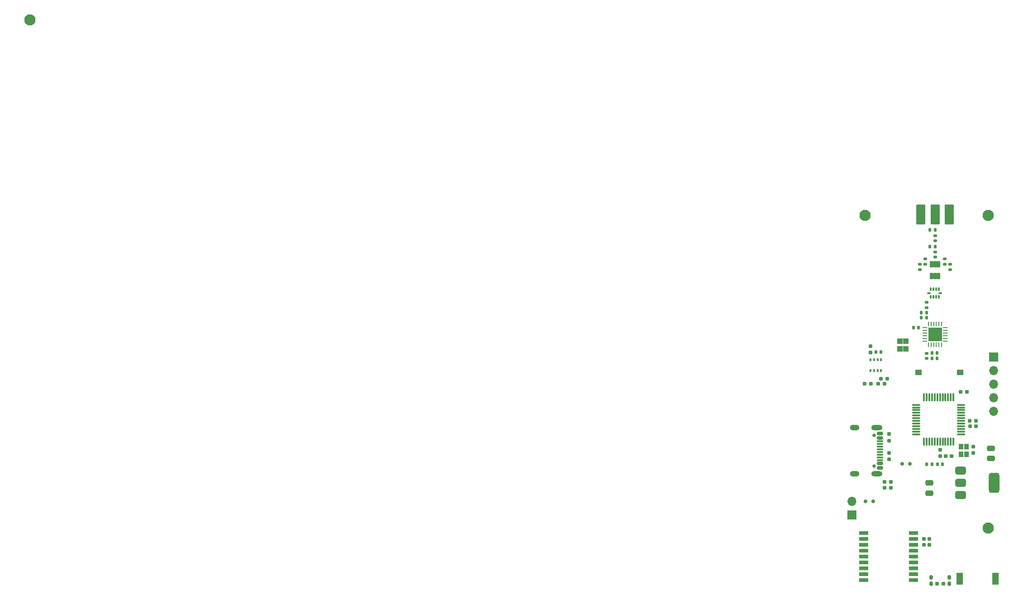
<source format=gts>
G04 #@! TF.GenerationSoftware,KiCad,Pcbnew,8.0.1*
G04 #@! TF.CreationDate,2025-06-08T13:02:34-04:00*
G04 #@! TF.ProjectId,Topaz,546f7061-7a2e-46b6-9963-61645f706362,rev?*
G04 #@! TF.SameCoordinates,Original*
G04 #@! TF.FileFunction,Soldermask,Top*
G04 #@! TF.FilePolarity,Negative*
%FSLAX46Y46*%
G04 Gerber Fmt 4.6, Leading zero omitted, Abs format (unit mm)*
G04 Created by KiCad (PCBNEW 8.0.1) date 2025-06-08 13:02:34*
%MOMM*%
%LPD*%
G01*
G04 APERTURE LIST*
G04 Aperture macros list*
%AMRoundRect*
0 Rectangle with rounded corners*
0 $1 Rounding radius*
0 $2 $3 $4 $5 $6 $7 $8 $9 X,Y pos of 4 corners*
0 Add a 4 corners polygon primitive as box body*
4,1,4,$2,$3,$4,$5,$6,$7,$8,$9,$2,$3,0*
0 Add four circle primitives for the rounded corners*
1,1,$1+$1,$2,$3*
1,1,$1+$1,$4,$5*
1,1,$1+$1,$6,$7*
1,1,$1+$1,$8,$9*
0 Add four rect primitives between the rounded corners*
20,1,$1+$1,$2,$3,$4,$5,0*
20,1,$1+$1,$4,$5,$6,$7,0*
20,1,$1+$1,$6,$7,$8,$9,0*
20,1,$1+$1,$8,$9,$2,$3,0*%
G04 Aperture macros list end*
%ADD10C,2.100000*%
%ADD11R,1.800000X0.800000*%
%ADD12RoundRect,0.160000X-0.160000X0.222500X-0.160000X-0.222500X0.160000X-0.222500X0.160000X0.222500X0*%
%ADD13RoundRect,0.155000X0.155000X-0.212500X0.155000X0.212500X-0.155000X0.212500X-0.155000X-0.212500X0*%
%ADD14RoundRect,0.155000X-0.212500X-0.155000X0.212500X-0.155000X0.212500X0.155000X-0.212500X0.155000X0*%
%ADD15R,1.168400X2.209800*%
%ADD16RoundRect,0.160000X-0.160000X0.197500X-0.160000X-0.197500X0.160000X-0.197500X0.160000X0.197500X0*%
%ADD17RoundRect,0.140000X0.140000X0.170000X-0.140000X0.170000X-0.140000X-0.170000X0.140000X-0.170000X0*%
%ADD18RoundRect,0.135000X0.135000X0.185000X-0.135000X0.185000X-0.135000X-0.185000X0.135000X-0.185000X0*%
%ADD19RoundRect,0.140000X-0.170000X0.140000X-0.170000X-0.140000X0.170000X-0.140000X0.170000X0.140000X0*%
%ADD20RoundRect,0.147500X-0.172500X0.147500X-0.172500X-0.147500X0.172500X-0.147500X0.172500X0.147500X0*%
%ADD21RoundRect,0.075000X0.075000X-0.225000X0.075000X0.225000X-0.075000X0.225000X-0.075000X-0.225000X0*%
%ADD22RoundRect,0.075000X0.237500X-0.075000X0.237500X0.075000X-0.237500X0.075000X-0.237500X-0.075000X0*%
%ADD23RoundRect,0.160000X-0.197500X-0.160000X0.197500X-0.160000X0.197500X0.160000X-0.197500X0.160000X0*%
%ADD24RoundRect,0.102000X-0.750000X1.750000X-0.750000X-1.750000X0.750000X-1.750000X0.750000X1.750000X0*%
%ADD25RoundRect,0.250000X0.475000X-0.250000X0.475000X0.250000X-0.475000X0.250000X-0.475000X-0.250000X0*%
%ADD26RoundRect,0.140000X-0.140000X-0.170000X0.140000X-0.170000X0.140000X0.170000X-0.140000X0.170000X0*%
%ADD27RoundRect,0.155000X-0.155000X0.212500X-0.155000X-0.212500X0.155000X-0.212500X0.155000X0.212500X0*%
%ADD28RoundRect,0.075500X0.226500X-0.476500X0.226500X0.476500X-0.226500X0.476500X-0.226500X-0.476500X0*%
%ADD29RoundRect,0.140000X0.170000X-0.140000X0.170000X0.140000X-0.170000X0.140000X-0.170000X-0.140000X0*%
%ADD30RoundRect,0.135000X-0.185000X0.135000X-0.185000X-0.135000X0.185000X-0.135000X0.185000X0.135000X0*%
%ADD31RoundRect,0.062500X-0.350000X-0.062500X0.350000X-0.062500X0.350000X0.062500X-0.350000X0.062500X0*%
%ADD32RoundRect,0.062500X-0.062500X-0.350000X0.062500X-0.350000X0.062500X0.350000X-0.062500X0.350000X0*%
%ADD33R,2.600000X2.600000*%
%ADD34RoundRect,0.155000X0.212500X0.155000X-0.212500X0.155000X-0.212500X-0.155000X0.212500X-0.155000X0*%
%ADD35RoundRect,0.075000X0.662500X0.075000X-0.662500X0.075000X-0.662500X-0.075000X0.662500X-0.075000X0*%
%ADD36RoundRect,0.075000X0.075000X0.662500X-0.075000X0.662500X-0.075000X-0.662500X0.075000X-0.662500X0*%
%ADD37RoundRect,0.099400X-0.397600X0.447600X-0.397600X-0.447600X0.397600X-0.447600X0.397600X0.447600X0*%
%ADD38RoundRect,0.147500X0.147500X0.172500X-0.147500X0.172500X-0.147500X-0.172500X0.147500X-0.172500X0*%
%ADD39RoundRect,0.160000X0.160000X-0.197500X0.160000X0.197500X-0.160000X0.197500X-0.160000X-0.197500X0*%
%ADD40O,1.700000X1.700000*%
%ADD41R,1.700000X1.700000*%
%ADD42RoundRect,0.102000X0.350000X-0.425000X0.350000X0.425000X-0.350000X0.425000X-0.350000X-0.425000X0*%
%ADD43R,1.250000X1.000000*%
%ADD44RoundRect,0.147500X0.172500X-0.147500X0.172500X0.147500X-0.172500X0.147500X-0.172500X-0.147500X0*%
%ADD45RoundRect,0.150000X-0.150000X-0.200000X0.150000X-0.200000X0.150000X0.200000X-0.150000X0.200000X0*%
%ADD46R,0.350000X0.500000*%
%ADD47C,0.650000*%
%ADD48RoundRect,0.150000X-0.425000X0.150000X-0.425000X-0.150000X0.425000X-0.150000X0.425000X0.150000X0*%
%ADD49RoundRect,0.075000X-0.500000X0.075000X-0.500000X-0.075000X0.500000X-0.075000X0.500000X0.075000X0*%
%ADD50O,2.100000X1.000000*%
%ADD51O,1.800000X1.000000*%
%ADD52RoundRect,0.160000X0.197500X0.160000X-0.197500X0.160000X-0.197500X-0.160000X0.197500X-0.160000X0*%
%ADD53RoundRect,0.375000X-0.625000X-0.375000X0.625000X-0.375000X0.625000X0.375000X-0.625000X0.375000X0*%
%ADD54RoundRect,0.500000X-0.500000X-1.400000X0.500000X-1.400000X0.500000X1.400000X-0.500000X1.400000X0*%
G04 APERTURE END LIST*
D10*
X2375000Y-2375000D03*
D11*
X167500000Y-107200000D03*
X167500000Y-106100000D03*
X167500000Y-105000000D03*
X167500000Y-103900000D03*
X167500000Y-102800000D03*
X167500000Y-101700000D03*
X167500000Y-100600000D03*
X167500000Y-99500000D03*
X167500000Y-98400000D03*
X158185000Y-98400000D03*
X158185000Y-99500000D03*
X158185000Y-100600000D03*
X158185000Y-101700000D03*
X158185000Y-102800000D03*
X158185000Y-103900000D03*
X158185000Y-105000000D03*
X158185000Y-106100000D03*
X158185000Y-107200000D03*
D12*
X170856596Y-106723050D03*
X170856596Y-107868050D03*
X174268339Y-106735829D03*
X174268339Y-107880829D03*
D13*
X169500000Y-100637538D03*
X169500000Y-99502538D03*
X170486991Y-100642630D03*
X170486991Y-99507630D03*
D14*
X171974425Y-107906443D03*
X173109425Y-107906443D03*
D15*
X182865500Y-107000000D03*
X176134500Y-107000000D03*
D16*
X163000000Y-79902500D03*
X163000000Y-81097500D03*
D17*
X171575556Y-44835393D03*
X170615556Y-44835393D03*
D18*
X171000000Y-85500000D03*
X169980000Y-85500000D03*
D19*
X173363907Y-47120589D03*
X173363907Y-48080589D03*
D14*
X173546743Y-84014938D03*
X174681743Y-84014938D03*
D20*
X170000000Y-55246201D03*
X170000000Y-56216201D03*
D21*
X170750000Y-54200000D03*
X171250000Y-54200000D03*
X171750000Y-54200000D03*
X172250000Y-54200000D03*
D22*
X172562500Y-53500000D03*
D21*
X172250000Y-52800000D03*
X171750000Y-52800000D03*
X171250000Y-52800000D03*
X170750000Y-52800000D03*
D22*
X170437500Y-53500000D03*
D23*
X158402500Y-70500000D03*
X159597500Y-70500000D03*
D24*
X174266373Y-38837975D03*
X171566373Y-38837975D03*
X168866373Y-38837975D03*
D25*
X182000000Y-84450000D03*
X182000000Y-82550000D03*
D26*
X171020000Y-64747409D03*
X171980000Y-64747409D03*
X169020000Y-58140985D03*
X169980000Y-58140985D03*
D27*
X172500000Y-82865000D03*
X172500000Y-84000000D03*
D28*
X170932096Y-50276849D03*
X171582096Y-50276849D03*
X172232096Y-50276849D03*
X172232096Y-48076849D03*
X171582096Y-48076849D03*
X170932096Y-48076849D03*
D14*
X178089579Y-78432384D03*
X179224579Y-78432384D03*
D10*
X158500000Y-39000000D03*
D29*
X171572341Y-46801272D03*
X171572341Y-45841272D03*
D30*
X174378902Y-48085242D03*
X174378902Y-49105242D03*
D31*
X169625000Y-60000000D03*
X169625000Y-60500000D03*
X169625000Y-61000000D03*
X169625000Y-61500000D03*
X169625000Y-62000000D03*
X169625000Y-62500000D03*
D32*
X170312500Y-63187500D03*
X170812500Y-63187500D03*
X171312500Y-63187500D03*
X171812500Y-63187500D03*
X172312500Y-63187500D03*
X172812500Y-63187500D03*
D31*
X173500000Y-62500000D03*
X173500000Y-62000000D03*
X173500000Y-61500000D03*
X173500000Y-61000000D03*
X173500000Y-60500000D03*
X173500000Y-60000000D03*
D32*
X172812500Y-59312500D03*
X172312500Y-59312500D03*
X171812500Y-59312500D03*
X171312500Y-59312500D03*
X170812500Y-59312500D03*
X170312500Y-59312500D03*
D33*
X171562500Y-61250000D03*
D26*
X171000970Y-65727634D03*
X171960970Y-65727634D03*
D34*
X163282857Y-89911817D03*
X162147857Y-89911817D03*
D35*
X176412500Y-79912500D03*
X176412500Y-79412500D03*
X176412500Y-78912500D03*
X176412500Y-78412500D03*
X176412500Y-77912500D03*
X176412500Y-77412500D03*
X176412500Y-76912500D03*
X176412500Y-76412500D03*
X176412500Y-75912500D03*
X176412500Y-75412500D03*
X176412500Y-74912500D03*
X176412500Y-74412500D03*
D36*
X175000000Y-73000000D03*
X174500000Y-73000000D03*
X174000000Y-73000000D03*
X173500000Y-73000000D03*
X173000000Y-73000000D03*
X172500000Y-73000000D03*
X172000000Y-73000000D03*
X171500000Y-73000000D03*
X171000000Y-73000000D03*
X170500000Y-73000000D03*
X170000000Y-73000000D03*
X169500000Y-73000000D03*
D35*
X168087500Y-74412500D03*
X168087500Y-74912500D03*
X168087500Y-75412500D03*
X168087500Y-75912500D03*
X168087500Y-76412500D03*
X168087500Y-76912500D03*
X168087500Y-77412500D03*
X168087500Y-77912500D03*
X168087500Y-78412500D03*
X168087500Y-78912500D03*
X168087500Y-79412500D03*
X168087500Y-79912500D03*
D36*
X169500000Y-81325000D03*
X170000000Y-81325000D03*
X170500000Y-81325000D03*
X171000000Y-81325000D03*
X171500000Y-81325000D03*
X172000000Y-81325000D03*
X172500000Y-81325000D03*
X173000000Y-81325000D03*
X173500000Y-81325000D03*
X174000000Y-81325000D03*
X174500000Y-81325000D03*
X175000000Y-81325000D03*
D20*
X169961020Y-64760267D03*
X169961020Y-65730267D03*
D37*
X165000000Y-62500000D03*
X165000000Y-63930000D03*
X166130000Y-63930000D03*
X166130000Y-62500000D03*
D38*
X172985000Y-85500000D03*
X172015000Y-85500000D03*
D39*
X159500000Y-64597500D03*
X159500000Y-63402500D03*
D40*
X182500000Y-75660000D03*
X182500000Y-73120000D03*
X182500000Y-70580000D03*
X182500000Y-68040000D03*
D41*
X182500000Y-65500000D03*
D42*
X177405767Y-83695588D03*
X177405767Y-82245588D03*
X176405767Y-82245588D03*
X176405767Y-83695588D03*
D23*
X160902500Y-70500000D03*
X162097500Y-70500000D03*
D43*
X168471443Y-68345995D03*
X176221443Y-68345995D03*
D23*
X176305000Y-72000000D03*
X177500000Y-72000000D03*
D44*
X171585607Y-43720488D03*
X171585607Y-42750488D03*
D45*
X159985894Y-92463015D03*
X158585894Y-92463015D03*
D26*
X160520000Y-64500000D03*
X161480000Y-64500000D03*
D17*
X171577111Y-41673144D03*
X170617111Y-41673144D03*
D26*
X167520000Y-60000000D03*
X168480000Y-60000000D03*
D16*
X162930078Y-83399212D03*
X162930078Y-84594212D03*
D30*
X168759660Y-48081644D03*
X168759660Y-49101644D03*
D46*
X161475000Y-68025000D03*
X160825000Y-68025000D03*
X160175000Y-68025000D03*
X159525000Y-68025000D03*
X159525000Y-65975000D03*
X160175000Y-65975000D03*
X160825000Y-65975000D03*
X161475000Y-65975000D03*
D10*
X181500000Y-97500000D03*
D19*
X169774808Y-47126496D03*
X169774808Y-48086496D03*
D25*
X170500000Y-90950000D03*
X170500000Y-89050000D03*
D10*
X181500000Y-39000000D03*
D26*
X169020000Y-57171566D03*
X169980000Y-57171566D03*
D47*
X160213452Y-80109646D03*
X160213452Y-85889646D03*
D48*
X161288452Y-79799646D03*
X161288452Y-80599646D03*
D49*
X161288452Y-81749646D03*
X161288452Y-82749646D03*
X161288452Y-83249646D03*
X161288452Y-84249646D03*
D48*
X161288452Y-85399646D03*
X161288452Y-86199646D03*
X161288452Y-86199646D03*
X161288452Y-85399646D03*
D49*
X161288452Y-84749646D03*
X161288452Y-83749646D03*
X161288452Y-82249646D03*
X161288452Y-81249646D03*
D48*
X161288452Y-80599646D03*
X161288452Y-79799646D03*
D50*
X160713452Y-78679646D03*
D51*
X156533452Y-78679646D03*
D50*
X160713452Y-87319646D03*
D51*
X156533452Y-87319646D03*
D14*
X178071501Y-77415025D03*
X179206501Y-77415025D03*
D23*
X162111277Y-88870574D03*
X163306277Y-88870574D03*
D52*
X162597500Y-69500000D03*
X161402500Y-69500000D03*
D27*
X178679447Y-82247291D03*
X178679447Y-83382291D03*
D45*
X166864124Y-85410598D03*
X165464124Y-85410598D03*
D41*
X156000000Y-95000000D03*
D40*
X156000000Y-92460000D03*
D53*
X176350000Y-86700000D03*
X176350000Y-89000000D03*
D54*
X182650000Y-89000000D03*
D53*
X176350000Y-91300000D03*
M02*

</source>
